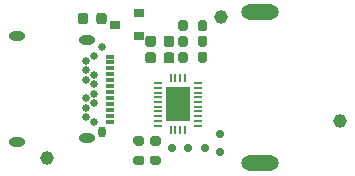
<source format=gbr>
%TF.GenerationSoftware,KiCad,Pcbnew,(5.1.10)-1*%
%TF.CreationDate,2022-01-31T11:01:00+08:00*%
%TF.ProjectId,VL160,564c3136-302e-46b6-9963-61645f706362,rev?*%
%TF.SameCoordinates,Original*%
%TF.FileFunction,Soldermask,Top*%
%TF.FilePolarity,Negative*%
%FSLAX46Y46*%
G04 Gerber Fmt 4.6, Leading zero omitted, Abs format (unit mm)*
G04 Created by KiCad (PCBNEW (5.1.10)-1) date 2022-01-31 11:01:00*
%MOMM*%
%LPD*%
G01*
G04 APERTURE LIST*
%ADD10C,0.700000*%
%ADD11C,0.650000*%
%ADD12O,0.650000X0.950000*%
%ADD13O,1.400000X0.800000*%
%ADD14R,0.700000X0.300000*%
%ADD15C,1.152000*%
%ADD16O,0.701040X0.200660*%
%ADD17R,1.998980X2.999740*%
%ADD18O,0.200660X0.701040*%
%ADD19O,3.200400X1.300480*%
%ADD20R,0.900000X0.800000*%
G04 APERTURE END LIST*
D10*
%TO.C,TP5*%
X145161000Y-102489000D03*
%TD*%
%TO.C,TP4*%
X145161000Y-100965000D03*
%TD*%
%TO.C,TP3*%
X143891000Y-102108000D03*
%TD*%
%TO.C,TP2*%
X142494000Y-102108000D03*
%TD*%
%TO.C,TP1*%
X141097000Y-102108000D03*
%TD*%
D11*
%TO.C,J1*%
X133820000Y-94755000D03*
X133820000Y-95555000D03*
X133820000Y-96355000D03*
X133820000Y-97955000D03*
X133820000Y-98755000D03*
X133820000Y-99555000D03*
X134520000Y-94355000D03*
X134520000Y-95955000D03*
X134520000Y-96755000D03*
X134520000Y-97555000D03*
X134520000Y-98355000D03*
X134520000Y-99955000D03*
X135170000Y-93555000D03*
D12*
X135170000Y-100755000D03*
D13*
X127970000Y-92665000D03*
X127970000Y-101645000D03*
X133920000Y-101285000D03*
D14*
X135830000Y-99405000D03*
X135830000Y-97905000D03*
X135830000Y-98405000D03*
X135830000Y-98905000D03*
X135830000Y-99905000D03*
X135830000Y-97405000D03*
X135830000Y-96905000D03*
X135830000Y-96405000D03*
X135830000Y-95905000D03*
X135830000Y-95405000D03*
X135830000Y-94905000D03*
X135830000Y-94405000D03*
D13*
X133920000Y-93025000D03*
%TD*%
D15*
%TO.C,H3*%
X145288000Y-91059000D03*
%TD*%
%TO.C,H2*%
X155321000Y-99822000D03*
%TD*%
%TO.C,H1*%
X130556000Y-102997000D03*
%TD*%
%TO.C,C1*%
G36*
G01*
X134041000Y-90936000D02*
X134041000Y-91436000D01*
G75*
G02*
X133816000Y-91661000I-225000J0D01*
G01*
X133366000Y-91661000D01*
G75*
G02*
X133141000Y-91436000I0J225000D01*
G01*
X133141000Y-90936000D01*
G75*
G02*
X133366000Y-90711000I225000J0D01*
G01*
X133816000Y-90711000D01*
G75*
G02*
X134041000Y-90936000I0J-225000D01*
G01*
G37*
G36*
G01*
X135591000Y-90936000D02*
X135591000Y-91436000D01*
G75*
G02*
X135366000Y-91661000I-225000J0D01*
G01*
X134916000Y-91661000D01*
G75*
G02*
X134691000Y-91436000I0J225000D01*
G01*
X134691000Y-90936000D01*
G75*
G02*
X134916000Y-90711000I225000J0D01*
G01*
X135366000Y-90711000D01*
G75*
G02*
X135591000Y-90936000I0J-225000D01*
G01*
G37*
%TD*%
%TO.C,C2*%
G36*
G01*
X139756000Y-92871000D02*
X139756000Y-93371000D01*
G75*
G02*
X139531000Y-93596000I-225000J0D01*
G01*
X139081000Y-93596000D01*
G75*
G02*
X138856000Y-93371000I0J225000D01*
G01*
X138856000Y-92871000D01*
G75*
G02*
X139081000Y-92646000I225000J0D01*
G01*
X139531000Y-92646000D01*
G75*
G02*
X139756000Y-92871000I0J-225000D01*
G01*
G37*
G36*
G01*
X141306000Y-92871000D02*
X141306000Y-93371000D01*
G75*
G02*
X141081000Y-93596000I-225000J0D01*
G01*
X140631000Y-93596000D01*
G75*
G02*
X140406000Y-93371000I0J225000D01*
G01*
X140406000Y-92871000D01*
G75*
G02*
X140631000Y-92646000I225000J0D01*
G01*
X141081000Y-92646000D01*
G75*
G02*
X141306000Y-92871000I0J-225000D01*
G01*
G37*
%TD*%
%TO.C,C3*%
G36*
G01*
X139756000Y-94268000D02*
X139756000Y-94768000D01*
G75*
G02*
X139531000Y-94993000I-225000J0D01*
G01*
X139081000Y-94993000D01*
G75*
G02*
X138856000Y-94768000I0J225000D01*
G01*
X138856000Y-94268000D01*
G75*
G02*
X139081000Y-94043000I225000J0D01*
G01*
X139531000Y-94043000D01*
G75*
G02*
X139756000Y-94268000I0J-225000D01*
G01*
G37*
G36*
G01*
X141306000Y-94268000D02*
X141306000Y-94768000D01*
G75*
G02*
X141081000Y-94993000I-225000J0D01*
G01*
X140631000Y-94993000D01*
G75*
G02*
X140406000Y-94768000I0J225000D01*
G01*
X140406000Y-94268000D01*
G75*
G02*
X140631000Y-94043000I225000J0D01*
G01*
X141081000Y-94043000D01*
G75*
G02*
X141306000Y-94268000I0J-225000D01*
G01*
G37*
%TD*%
%TO.C,R1*%
G36*
G01*
X138028000Y-102787000D02*
X138578000Y-102787000D01*
G75*
G02*
X138778000Y-102987000I0J-200000D01*
G01*
X138778000Y-103387000D01*
G75*
G02*
X138578000Y-103587000I-200000J0D01*
G01*
X138028000Y-103587000D01*
G75*
G02*
X137828000Y-103387000I0J200000D01*
G01*
X137828000Y-102987000D01*
G75*
G02*
X138028000Y-102787000I200000J0D01*
G01*
G37*
G36*
G01*
X138028000Y-101137000D02*
X138578000Y-101137000D01*
G75*
G02*
X138778000Y-101337000I0J-200000D01*
G01*
X138778000Y-101737000D01*
G75*
G02*
X138578000Y-101937000I-200000J0D01*
G01*
X138028000Y-101937000D01*
G75*
G02*
X137828000Y-101737000I0J200000D01*
G01*
X137828000Y-101337000D01*
G75*
G02*
X138028000Y-101137000I200000J0D01*
G01*
G37*
%TD*%
%TO.C,R2*%
G36*
G01*
X139425000Y-102787000D02*
X139975000Y-102787000D01*
G75*
G02*
X140175000Y-102987000I0J-200000D01*
G01*
X140175000Y-103387000D01*
G75*
G02*
X139975000Y-103587000I-200000J0D01*
G01*
X139425000Y-103587000D01*
G75*
G02*
X139225000Y-103387000I0J200000D01*
G01*
X139225000Y-102987000D01*
G75*
G02*
X139425000Y-102787000I200000J0D01*
G01*
G37*
G36*
G01*
X139425000Y-101137000D02*
X139975000Y-101137000D01*
G75*
G02*
X140175000Y-101337000I0J-200000D01*
G01*
X140175000Y-101737000D01*
G75*
G02*
X139975000Y-101937000I-200000J0D01*
G01*
X139425000Y-101937000D01*
G75*
G02*
X139225000Y-101737000I0J200000D01*
G01*
X139225000Y-101337000D01*
G75*
G02*
X139425000Y-101137000I200000J0D01*
G01*
G37*
%TD*%
%TO.C,R3*%
G36*
G01*
X143300000Y-94729500D02*
X143300000Y-94179500D01*
G75*
G02*
X143500000Y-93979500I200000J0D01*
G01*
X143900000Y-93979500D01*
G75*
G02*
X144100000Y-94179500I0J-200000D01*
G01*
X144100000Y-94729500D01*
G75*
G02*
X143900000Y-94929500I-200000J0D01*
G01*
X143500000Y-94929500D01*
G75*
G02*
X143300000Y-94729500I0J200000D01*
G01*
G37*
G36*
G01*
X141650000Y-94729500D02*
X141650000Y-94179500D01*
G75*
G02*
X141850000Y-93979500I200000J0D01*
G01*
X142250000Y-93979500D01*
G75*
G02*
X142450000Y-94179500I0J-200000D01*
G01*
X142450000Y-94729500D01*
G75*
G02*
X142250000Y-94929500I-200000J0D01*
G01*
X141850000Y-94929500D01*
G75*
G02*
X141650000Y-94729500I0J200000D01*
G01*
G37*
%TD*%
%TO.C,R4*%
G36*
G01*
X143300000Y-93396000D02*
X143300000Y-92846000D01*
G75*
G02*
X143500000Y-92646000I200000J0D01*
G01*
X143900000Y-92646000D01*
G75*
G02*
X144100000Y-92846000I0J-200000D01*
G01*
X144100000Y-93396000D01*
G75*
G02*
X143900000Y-93596000I-200000J0D01*
G01*
X143500000Y-93596000D01*
G75*
G02*
X143300000Y-93396000I0J200000D01*
G01*
G37*
G36*
G01*
X141650000Y-93396000D02*
X141650000Y-92846000D01*
G75*
G02*
X141850000Y-92646000I200000J0D01*
G01*
X142250000Y-92646000D01*
G75*
G02*
X142450000Y-92846000I0J-200000D01*
G01*
X142450000Y-93396000D01*
G75*
G02*
X142250000Y-93596000I-200000J0D01*
G01*
X141850000Y-93596000D01*
G75*
G02*
X141650000Y-93396000I0J200000D01*
G01*
G37*
%TD*%
%TO.C,R5*%
G36*
G01*
X143300000Y-92062500D02*
X143300000Y-91512500D01*
G75*
G02*
X143500000Y-91312500I200000J0D01*
G01*
X143900000Y-91312500D01*
G75*
G02*
X144100000Y-91512500I0J-200000D01*
G01*
X144100000Y-92062500D01*
G75*
G02*
X143900000Y-92262500I-200000J0D01*
G01*
X143500000Y-92262500D01*
G75*
G02*
X143300000Y-92062500I0J200000D01*
G01*
G37*
G36*
G01*
X141650000Y-92062500D02*
X141650000Y-91512500D01*
G75*
G02*
X141850000Y-91312500I200000J0D01*
G01*
X142250000Y-91312500D01*
G75*
G02*
X142450000Y-91512500I0J-200000D01*
G01*
X142450000Y-92062500D01*
G75*
G02*
X142250000Y-92262500I-200000J0D01*
G01*
X141850000Y-92262500D01*
G75*
G02*
X141650000Y-92062500I0J200000D01*
G01*
G37*
%TD*%
D16*
%TO.C,U1*%
X139905740Y-96654140D03*
X139905740Y-97055460D03*
X139905740Y-97454240D03*
X139905740Y-97855560D03*
X139905740Y-98254340D03*
X139905740Y-98655660D03*
X139905740Y-99054440D03*
X139905740Y-99455760D03*
X139905740Y-99854540D03*
X139905740Y-100255860D03*
D17*
X141605000Y-98455000D03*
D16*
X143304260Y-96654140D03*
X143304260Y-97055460D03*
X143304260Y-97454240D03*
X143304260Y-97855560D03*
X143304260Y-98254340D03*
X143304260Y-98655660D03*
X143304260Y-99054440D03*
X143304260Y-99455760D03*
X143304260Y-99854540D03*
X143304260Y-100255860D03*
D18*
X141005560Y-96255360D03*
X141404340Y-96255360D03*
X141808200Y-96255360D03*
X142204440Y-96255360D03*
X141005560Y-100654640D03*
X141404340Y-100654640D03*
X141808200Y-100654640D03*
X142204440Y-100654640D03*
%TD*%
D19*
%TO.C,J2*%
X148546820Y-90596720D03*
X148546820Y-103398320D03*
%TD*%
D20*
%TO.C,U2*%
X136287000Y-91694000D03*
X138287000Y-90744000D03*
X138287000Y-92644000D03*
%TD*%
M02*

</source>
